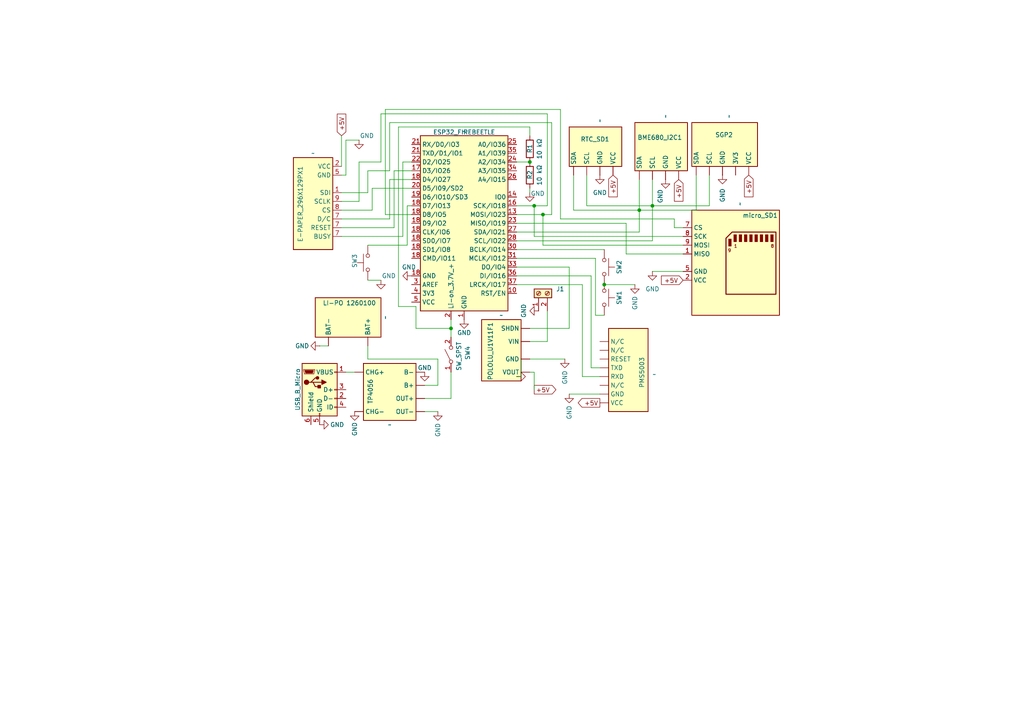
<source format=kicad_sch>
(kicad_sch (version 20231120) (generator "eeschema") (generator_version "8.0")
  (paper "A4")
  (lib_symbols
    (symbol "Connector:Screw_Terminal_01x02" (pin_names (offset 1.016) hide)
      (property "Reference" "J" (at 0 2.54 0))
      (property "Value" "Screw_Terminal_01x02" (at 0 -5.08 0))
      (symbol "Screw_Terminal_01x02_1_1"
        (rectangle (start -1.27 1.27) (end 1.27 -3.81) (stroke (width 0.254)) (fill (type background)))
        (circle (center 0 -2.54) (radius 0.635) (stroke (width 0.1524)))
        (polyline (pts (xy -0.5334 -2.2098) (xy 0.3302 -3.048)) (stroke (width 0.1524)))
        (polyline (pts (xy -0.5334 0.3302) (xy 0.3302 -0.508)) (stroke (width 0.1524)))
        (polyline (pts (xy -0.3556 -2.032) (xy 0.508 -2.8702)) (stroke (width 0.1524)))
        (polyline (pts (xy -0.3556 0.508) (xy 0.508 -0.3302)) (stroke (width 0.1524)))
        (circle (center 0 0) (radius 0.635) (stroke (width 0.1524)))
        (pin passive line (at -5.08 0 0) (length 3.81) (name "Pin_1") (number "1"))
        (pin passive line (at -5.08 -2.54 0) (length 3.81) (name "Pin_2") (number "2"))
      )
    )
    (symbol "Connector:USB_B_Micro" (pin_names (offset 1.016))
      (property "Reference" "J" (at -5.08 11.43 0))
      (property "Value" "USB_B_Micro" (at -5.08 8.89 0))
      (symbol "USB_B_Micro_0_1"
        (rectangle (start -5.08 -7.62) (end 5.08 7.62) (stroke (width 0.254)) (fill (type background)))
        (circle (center -3.81 2.159) (radius 0.635) (stroke (width 0.254)) (fill (type outline)))
        (circle (center -0.635 3.429) (radius 0.381) (stroke (width 0.254)) (fill (type outline)))
        (rectangle (start -0.127 -7.62) (end 0.127 -6.858))
        (polyline (pts (xy -1.905 2.159) (xy 0.635 2.159)) (stroke (width 0.254)))
        (polyline (pts (xy -3.175 2.159) (xy -2.54 2.159) (xy -1.27 3.429) (xy -0.635 3.429)) (stroke (width 0.254)))
        (polyline (pts (xy -2.54 2.159) (xy -1.905 2.159) (xy -1.27 0.889) (xy 0 0.889)) (stroke (width 0.254)))
        (polyline (pts (xy 0.635 2.794) (xy 0.635 1.524) (xy 1.905 2.159) (xy 0.635 2.794)) (stroke (width 0.254)) (fill (type outline)))
        (polyline (pts (xy -4.318 5.588) (xy -1.778 5.588) (xy -2.032 4.826) (xy -4.064 4.826) (xy -4.318 5.588)) (fill (type outline)))
        (polyline (pts (xy -4.699 5.842) (xy -4.699 5.588) (xy -4.445 4.826) (xy -4.445 4.572) (xy -1.651 4.572) (xy -1.651 4.826) (xy -1.397 5.588) (xy -1.397 5.842) (xy -4.699 5.842)))
        (rectangle (start 0.254 1.27) (end -0.508 0.508) (stroke (width 0.254)) (fill (type outline)))
        (rectangle (start 5.08 -5.207) (end 4.318 -4.953))
        (rectangle (start 5.08 -2.667) (end 4.318 -2.413))
        (rectangle (start 5.08 -0.127) (end 4.318 0.127))
        (rectangle (start 5.08 4.953) (end 4.318 5.207))
      )
      (symbol "USB_B_Micro_1_1"
        (pin power_out line (at 7.62 5.08 180) (length 2.54) (name "VBUS") (number "1"))
        (pin bidirectional line (at 7.62 -2.54 180) (length 2.54) (name "D-") (number "2"))
        (pin bidirectional line (at 7.62 0 180) (length 2.54) (name "D+") (number "3"))
        (pin passive line (at 7.62 -5.08 180) (length 2.54) (name "ID") (number "4"))
        (pin power_out line (at 0 -10.16 90) (length 2.54) (name "GND") (number "5"))
        (pin passive line (at -2.54 -10.16 90) (length 2.54) (name "Shield") (number "6"))
      )
    )
    (symbol "Connector:microSD_CARD"
      (property "Reference" "micro_SD" (at 4.064 -1.016 0))
      (symbol "microSD_CARD_0_1"
        (rectangle (start -2.032 6.858) (end -1.27 4.826) (fill (type outline)))
        (rectangle (start -0.508 8.128) (end 0.254 6.096) (fill (type outline)))
        (rectangle (start 1.016 8.128) (end 1.778 6.096) (fill (type outline)))
        (rectangle (start 2.54 8.128) (end 3.302 6.096) (fill (type outline)))
        (rectangle (start 4.064 8.128) (end 4.826 6.096) (fill (type outline)))
        (rectangle (start 5.588 8.128) (end 6.35 6.096) (fill (type outline)))
        (rectangle (start 7.112 8.128) (end 7.874 6.096) (fill (type outline)))
        (rectangle (start 8.636 8.128) (end 9.398 6.096) (fill (type outline)))
        (rectangle (start 10.16 8.128) (end 10.922 6.096) (fill (type outline)))
      )
      (symbol "microSD_CARD_1_1"
        (rectangle (start -12.7 15.24) (end 12.7 -15.24) (stroke (width 0.254)) (fill (type background)))
        (polyline (pts (xy -1.016 8.89) (xy 11.684 8.89) (xy 11.684 -9.144) (xy -2.794 -9.144) (xy -2.794 7.112) (xy -1.016 8.89)) (stroke (width 0.3)))
        (text "1" (at 0 4.826 0) (effects (font (size 0.9 0.9))))
        (text "8" (at 10.668 4.826 0) (effects (font (size 0.9 0.9))))
        (text "9" (at -1.778 3.556 0) (effects (font (size 0.9 0.9))))
        (pin bidirectional line (at -15.24 2.54 0) (length 2.54) (name "MISO") (number "1"))
        (pin input line (at -15.24 -5.08 0) (length 2.54) (name "VCC") (number "2"))
        (pin input line (at -15.24 -2.54 0) (length 2.54) (name "GND") (number "5"))
        (pin bidirectional line (at -15.24 10.16 0) (length 2.54) (name "CS") (number "7"))
        (pin bidirectional line (at -15.24 7.62 0) (length 2.54) (name "SCK") (number "8"))
        (pin bidirectional line (at -15.24 5.08 0) (length 2.54) (name "MOSI") (number "9"))
      )
    )
    (symbol "Device:R" (pin_numbers hide) (pin_names (offset 0))
      (property "Reference" "R" (at 2.032 0 90))
      (property "Value" "R" (at 0 0 90))
      (symbol "R_0_1"
        (rectangle (start -1.016 -2.54) (end 1.016 2.54) (stroke (width 0.254)))
      )
      (symbol "R_1_1"
        (pin passive line (at 0 3.81 270) (length 1.27) (name "~") (number "1"))
        (pin passive line (at 0 -3.81 90) (length 1.27) (name "~") (number "2"))
      )
    )
    (symbol "Display_Character:E-PAPER_296X128PX"
      (property "Reference" "E-PAPER_296X129PX" (at 6.35 1.778 90))
      (symbol "E-PAPER_296X128PX_1_1"
        (rectangle (start 2.54 15.24) (end 13.97 -11.43) (stroke (width 0.254)) (fill (type background)))
        (pin bidirectional line (at 16.51 5.08 180) (length 2.54) (name "SDI") (number "1"))
        (pin input line (at 16.51 12.7 180) (length 2.54) (name "VCC") (number "2"))
        (pin input line (at 16.51 10.16 180) (length 2.54) (name "GND") (number "5"))
        (pin output line (at 16.51 -7.62 180) (length 2.54) (name "BUSY") (number "7"))
        (pin bidirectional line (at 16.51 -2.54 180) (length 2.54) (name "D/C") (number "7"))
        (pin input line (at 16.51 -5.08 180) (length 2.54) (name "RESET") (number "7"))
        (pin bidirectional line (at 16.51 0 180) (length 2.54) (name "CS") (number "8"))
        (pin bidirectional line (at 16.51 2.54 180) (length 2.54) (name "SCLK") (number "9"))
      )
    )
    (symbol "Display_Character:LI-PO_1260100"
      (property "Reference" "LI-PO_1260100" (at -1.27 -2.032 90))
      (symbol "LI-PO_1260100_1_1"
        (rectangle (start -3.81 7.62) (end 7.62 -11.43) (stroke (width 0.254)) (fill (type background)))
        (pin output line (at 10.16 3.81 180) (length 2.54) (name "BAT+") (number ""))
        (pin output line (at 10.16 -7.62 180) (length 2.54) (name "BAT-") (number ""))
      )
    )
    (symbol "Display_Character:PMS5003"
      (property "Reference" "PMS5003" (at -3.048 -3.556 90))
      (symbol "PMS5003_1_1"
        (rectangle (start -5.08 8.89) (end 6.35 -15.24) (stroke (width 0.254)) (fill (type background)))
        (pin input line (at 8.89 3.81 180) (length 2.54) (name "GND") (number ""))
        (pin input line (at 8.89 -11.43 180) (length 2.54) (name "N/C") (number ""))
        (pin input line (at 8.89 -8.89 180) (length 2.54) (name "N/C") (number ""))
        (pin input line (at 8.89 1.27 180) (length 2.54) (name "N/C") (number ""))
        (pin input line (at 8.89 -6.35 180) (length 2.54) (name "RESET") (number ""))
        (pin bidirectional line (at 8.89 -1.27 180) (length 2.54) (name "RXD") (number ""))
        (pin bidirectional line (at 8.89 -3.81 180) (length 2.54) (name "TXD") (number ""))
        (pin input line (at 8.89 6.35 180) (length 2.54) (name "VCC") (number ""))
      )
    )
    (symbol "Display_Character:POLOLU_U1V11F5"
      (property "Reference" "POLOLU_U1V11F5" (at -4.572 -1.016 90))
      (symbol "POLOLU_U1V11F5_1_1"
        (rectangle (start -6.35 7.62) (end 5.08 -10.16) (stroke (width 0.254)) (fill (type background)))
        (pin bidirectional line (at 7.62 -3.81 180) (length 2.54) (name "GND") (number ""))
        (pin input line (at 7.62 5.08 180) (length 2.54) (name "SHDN") (number ""))
        (pin input line (at 7.62 1.27 180) (length 2.54) (name "VIN") (number ""))
        (pin output line (at 7.62 -7.62 180) (length 2.54) (name "VOUT") (number ""))
      )
    )
    (symbol "RF_Module:FIREBEETLE-ESP32-WROOM-32"
      (property "Reference" "U" (at 0 0 0))
      (symbol "FIREBEETLE-ESP32-WROOM-32_0_1"
        (rectangle (start -12.7 26.67) (end 12.7 -24.13) (stroke (width 0.254)) (fill (type background)))
      )
      (symbol "FIREBEETLE-ESP32-WROOM-32_1_1"
        (pin power_in line (at 0 -26.67 90) (length 2.54) (name "GND") (number "1"))
        (pin bidirectional line (at 15.24 -19.05 180) (length 2.54) (name "RST/EN") (number "10"))
        (pin bidirectional line (at 15.24 3.81 180) (length 2.54) (name "MOSI/IO23") (number "13"))
        (pin bidirectional line (at 15.24 8.89 180) (length 2.54) (name "IO0") (number "14"))
        (pin passive line (at 0 -41.91 90) (length 2.54) hide (name "GND") (number "15"))
        (pin bidirectional line (at 15.24 6.35 180) (length 2.54) (name "SCK/IO18") (number "16"))
        (pin bidirectional line (at -15.24 16.51 0) (length 2.54) (name "D3/IO26") (number "17"))
        (pin bidirectional line (at -15.24 -1.27 0) (length 2.54) (name "CLK/IO6") (number "18"))
        (pin bidirectional line (at -15.24 -8.89 0) (length 2.54) (name "CMD/IO11") (number "18"))
        (pin bidirectional line (at -15.24 13.97 0) (length 2.54) (name "D4/IO27") (number "18"))
        (pin bidirectional line (at -15.24 6.35 0) (length 2.54) (name "D7/IO13") (number "18"))
        (pin bidirectional line (at -15.24 3.81 0) (length 2.54) (name "D8/IO5") (number "18"))
        (pin bidirectional line (at -15.24 1.27 0) (length 2.54) (name "D9/IO2") (number "18"))
        (pin bidirectional line (at -15.24 -13.97 0) (length 2.54) (name "GND") (number "18"))
        (pin bidirectional line (at -15.24 -3.81 0) (length 2.54) (name "SD0/IO7") (number "18"))
        (pin bidirectional line (at -15.24 -6.35 0) (length 2.54) (name "SD1/IO8") (number "18"))
        (pin bidirectional line (at -15.24 8.89 0) (length 2.54) (name "D6/IO10/SD3") (number "19"))
        (pin power_in line (at -3.81 -26.67 90) (length 2.54) (name "Li-on_3.7V_+") (number "2"))
        (pin bidirectional line (at -15.24 11.43 0) (length 2.54) (name "D5/I09/SD2") (number "20"))
        (pin bidirectional line (at -15.24 24.13 0) (length 2.54) (name "RX/D0/IO3") (number "21"))
        (pin bidirectional line (at -15.24 21.59 0) (length 2.54) (name "TXD/D1/IO1") (number "21"))
        (pin bidirectional line (at -15.24 19.05 0) (length 2.54) (name "D2/IO25") (number "22"))
        (pin bidirectional line (at 15.24 1.27 180) (length 2.54) (name "MISO/IO19") (number "23"))
        (pin bidirectional line (at 15.24 19.05 180) (length 2.54) (name "A2/IO34") (number "24"))
        (pin bidirectional line (at 15.24 24.13 180) (length 2.54) (name "A0/IO36") (number "25"))
        (pin bidirectional line (at 15.24 13.97 180) (length 2.54) (name "A4/IO15") (number "26"))
        (pin bidirectional line (at 15.24 -1.27 180) (length 2.54) (name "SDA/IO21") (number "27"))
        (pin bidirectional line (at 15.24 -3.81 180) (length 2.54) (name "SCL/IO22") (number "28"))
        (pin input line (at -15.24 -16.51 0) (length 2.54) (name "AREF") (number "3"))
        (pin bidirectional line (at 15.24 -6.35 180) (length 2.54) (name "BCLK/IO14") (number "30"))
        (pin bidirectional line (at 15.24 -8.89 180) (length 2.54) (name "MCLK/IO12") (number "31"))
        (pin no_connect line (at 15.24 11.43 180) (length 2.54) hide (name "NC") (number "32"))
        (pin bidirectional line (at 15.24 -11.43 180) (length 2.54) (name "DO/IO4") (number "33"))
        (pin bidirectional line (at 15.24 16.51 180) (length 2.54) (name "A3/IO35") (number "34"))
        (pin bidirectional line (at 15.24 21.59 180) (length 2.54) (name "A1/IO39") (number "35"))
        (pin bidirectional line (at 15.24 -13.97 180) (length 2.54) (name "DI/IO16") (number "36"))
        (pin bidirectional line (at 15.24 -16.51 180) (length 2.54) (name "LRCK/IO17") (number "37"))
        (pin passive line (at 0 -41.91 90) (length 2.54) hide (name "GND") (number "38"))
        (pin passive line (at 0 -41.91 90) (length 2.54) hide (name "GND") (number "39"))
        (pin bidirectional line (at -15.24 -19.05 0) (length 2.54) (name "3V3") (number "4"))
        (pin input line (at -15.24 -21.59 0) (length 2.54) (name "VCC") (number "5"))
      )
    )
    (symbol "RF_Module:TP4056_VER1.1"
      (property "Reference" "TP4056" (at 1.27 0 0))
      (symbol "TP4056_VER1.1_0_1"
        (rectangle (start -7.62 8.89) (end 7.62 -7.62) (stroke (width 0.254)) (fill (type background)))
      )
      (symbol "TP4056_VER1.1_1_1"
        (pin bidirectional line (at -10.16 -1.27 0) (length 2.54) (name "B+") (number ""))
        (pin bidirectional line (at -10.16 -5.08 0) (length 2.54) (name "B-") (number ""))
        (pin bidirectional line (at 10.16 -5.08 180) (length 2.54) (name "CHG+") (number ""))
        (pin bidirectional line (at 10.16 6.35 180) (length 2.54) (name "CHG-") (number ""))
        (pin bidirectional line (at -10.16 2.54 0) (length 2.54) (name "OUT+") (number ""))
        (pin bidirectional line (at -10.16 6.35 0) (length 2.54) (name "OUT-") (number ""))
      )
    )
    (symbol "SGP40_1"
      (property "Reference" "SGP40" (at 1.016 -0.254 0))
      (symbol "SGP40_1_0_1"
        (rectangle (start -7.62 8.89) (end 5.08 -10.16) (stroke (width 0.254)) (fill (type background)))
      )
      (symbol "SGP40_1_1_1"
        (pin input line (at -10.16 -3.81 0) (length 2.54) (name "3V3") (number ""))
        (pin input line (at -10.16 0 0) (length 2.54) (name "GND") (number ""))
        (pin bidirectional line (at -10.16 3.81 0) (length 2.54) (name "SCL") (number ""))
        (pin bidirectional line (at -10.16 7.62 0) (length 2.54) (name "SDA") (number ""))
        (pin input line (at -10.16 -7.62 0) (length 2.54) (name "VCC") (number ""))
      )
    )
    (symbol "Sensor:BME680_I2C"
      (property "Reference" "BME680_I2C" (at -0.254 0.254 90))
      (symbol "BME680_I2C_1_1"
        (rectangle (start -7.62 7.62) (end 6.35 -7.62) (stroke (width 0.254)) (fill (type background)))
        (pin input line (at -10.16 -1.27 0) (length 2.54) (name "GND") (number ""))
        (pin bidirectional line (at -10.16 2.54 0) (length 2.54) (name "SCL") (number ""))
        (pin bidirectional line (at -10.16 6.35 0) (length 2.54) (name "SDA") (number ""))
        (pin input line (at -10.16 -5.08 0) (length 2.54) (name "VCC") (number ""))
      )
    )
    (symbol "Sensor:RTC_SD2405"
      (property "Reference" "RTC_SD2405" (at 0.762 0 90))
      (symbol "RTC_SD2405_1_1"
        (rectangle (start -6.35 7.62) (end 5.08 -7.62) (stroke (width 0.254)) (fill (type background)))
        (pin input line (at -8.89 -1.27 0) (length 2.54) (name "GND") (number ""))
        (pin bidirectional line (at -8.89 2.54 0) (length 2.54) (name "SCL") (number ""))
        (pin bidirectional line (at -8.89 6.35 0) (length 2.54) (name "SDA") (number ""))
        (pin input line (at -8.89 -5.08 0) (length 2.54) (name "VCC") (number ""))
      )
    )
    (symbol "Switch:SW_MEC_5G" (pin_numbers hide) (pin_names (offset 1.016) hide)
      (property "Reference" "SW" (at 1.27 2.54 0))
      (property "Value" "SW_MEC_5G" (at 0 -1.524 0))
      (symbol "SW_MEC_5G_0_1"
        (circle (center -2.032 0) (radius 0.508))
        (polyline (pts (xy 0 1.27) (xy 0 3.048)))
        (polyline (pts (xy 2.54 1.27) (xy -2.54 1.27)))
        (circle (center 2.032 0) (radius 0.508))
        (pin passive line (at -5.08 0 0) (length 2.54) (name "A") (number "1"))
        (pin passive line (at 5.08 0 180) (length 2.54) (name "B") (number "3"))
      )
      (symbol "SW_MEC_5G_1_1"
        (pin passive line (at -5.08 0 0) (length 2.54) hide (name "A") (number "2"))
        (pin passive line (at 5.08 0 180) (length 2.54) hide (name "B") (number "4"))
      )
    )
    (symbol "Switch:SW_SPST" (pin_names (offset 0) hide)
      (property "Reference" "SW" (at 0 3.175 0))
      (property "Value" "SW_SPST" (at 0 -2.54 0))
      (symbol "SW_SPST_0_0"
        (circle (center -2.032 0) (radius 0.508))
        (polyline (pts (xy -1.524 0.254) (xy 1.524 1.778)))
        (circle (center 2.032 0) (radius 0.508))
      )
      (symbol "SW_SPST_1_1"
        (pin passive line (at -5.08 0 0) (length 2.54) (name "A") (number "1"))
        (pin passive line (at 5.08 0 180) (length 2.54) (name "B") (number "2"))
      )
    )
    (symbol "power:GND" (power) (pin_numbers hide) (pin_names (offset 0) hide)
      (property "Value" "GND" (at 0 -3.81 0))
      (symbol "GND_0_1"
        (polyline (pts (xy 0 0) (xy 0 -1.27) (xy 1.27 -1.27) (xy 0 -2.54) (xy -1.27 -1.27) (xy 0 -1.27)))
      )
      (symbol "GND_1_1"
        (pin power_in line (at 0 0 270) (length 0) (name "~") (number "1"))
      )
    )
  )
  (junction (at 189.23 59.69))
  (junction (at 154.94 59.69))
  (junction (at 130.81 95.25))
  (junction (at 185.42 60.96))
  (junction (at 153.67 46.99))
  (junction (at 175.26 82.55))
  (junction (at 157.48 62.23))
  (wire (pts (xy 104.14 40.64) (xy 100.33 40.64)))
  (wire (pts (xy 127 119.38) (xy 123.19 119.38)))
  (wire (pts (xy 153.67 104.14) (xy 163.83 104.14)))
  (wire (pts (xy 162.56 31.75) (xy 111.76 31.75)))
  (wire (pts (xy 162.56 63.5) (xy 162.56 31.75)))
  (wire (pts (xy 157.48 62.23) (xy 149.86 62.23)))
  (wire (pts (xy 189.23 59.69) (xy 189.23 69.85)))
  (wire (pts (xy 171.45 106.68) (xy 171.45 80.01)))
  (wire (pts (xy 157.48 62.23) (xy 157.48 71.12)))
  (wire (pts (xy 170.18 50.8) (xy 170.18 59.69)))
  (wire (pts (xy 102.87 107.95) (xy 100.33 107.95)))
  (wire (pts (xy 113.03 35.56) (xy 160.02 35.56)))
  (wire (pts (xy 172.72 91.44) (xy 172.72 74.93)))
  (wire (pts (xy 165.1 95.25) (xy 165.1 77.47)))
  (wire (pts (xy 185.42 60.96) (xy 166.37 60.96)))
  (wire (pts (xy 99.06 58.42) (xy 104.14 58.42)))
  (wire (pts (xy 149.86 82.55) (xy 168.91 82.55)))
  (wire (pts (xy 172.72 74.93) (xy 149.86 74.93)))
  (wire (pts (xy 149.86 77.47) (xy 165.1 77.47)))
  (wire (pts (xy 175.26 81.28) (xy 175.26 82.55)))
  (wire (pts (xy 110.49 81.28) (xy 106.68 81.28)))
  (wire (pts (xy 195.58 63.5) (xy 162.56 63.5)))
  (wire (pts (xy 120.65 88.9) (xy 120.65 95.25)))
  (wire (pts (xy 160.02 35.56) (xy 160.02 62.23)))
  (wire (pts (xy 173.99 106.68) (xy 171.45 106.68)))
  (wire (pts (xy 113.03 49.53) (xy 113.03 35.56)))
  (wire (pts (xy 113.03 63.5) (xy 113.03 52.07)))
  (wire (pts (xy 153.67 54.61) (xy 153.67 55.88)))
  (wire (pts (xy 104.14 58.42) (xy 104.14 46.99)))
  (wire (pts (xy 173.99 109.22) (xy 168.91 109.22)))
  (wire (pts (xy 201.93 50.8) (xy 201.93 60.96)))
  (wire (pts (xy 198.12 68.58) (xy 154.94 68.58)))
  (wire (pts (xy 114.3 66.04) (xy 114.3 49.53)))
  (wire (pts (xy 106.68 55.88) (xy 106.68 49.53)))
  (wire (pts (xy 185.42 60.96) (xy 185.42 67.31)))
  (wire (pts (xy 106.68 49.53) (xy 113.03 49.53)))
  (wire (pts (xy 170.18 59.69) (xy 189.23 59.69)))
  (wire (pts (xy 185.42 52.07) (xy 185.42 60.96)))
  (wire (pts (xy 189.23 78.74) (xy 198.12 78.74)))
  (wire (pts (xy 149.86 80.01) (xy 171.45 80.01)))
  (wire (pts (xy 181.61 73.66) (xy 181.61 64.77)))
  (wire (pts (xy 118.11 59.69) (xy 119.38 59.69)))
  (wire (pts (xy 153.67 36.83) (xy 115.57 36.83)))
  (wire (pts (xy 130.81 92.71) (xy 130.81 95.25)))
  (wire (pts (xy 205.74 50.8) (xy 205.74 59.69)))
  (wire (pts (xy 107.95 60.96) (xy 107.95 54.61)))
  (wire (pts (xy 111.76 62.23) (xy 119.38 62.23)))
  (wire (pts (xy 106.68 71.12) (xy 118.11 71.12)))
  (wire (pts (xy 154.94 59.69) (xy 149.86 59.69)))
  (wire (pts (xy 116.84 46.99) (xy 119.38 46.99)))
  (wire (pts (xy 205.74 59.69) (xy 189.23 59.69)))
  (wire (pts (xy 158.75 90.17) (xy 158.75 99.06)))
  (wire (pts (xy 99.06 68.58) (xy 116.84 68.58)))
  (wire (pts (xy 168.91 109.22) (xy 168.91 82.55)))
  (wire (pts (xy 123.19 115.57) (xy 130.81 115.57)))
  (wire (pts (xy 166.37 50.8) (xy 166.37 60.96)))
  (wire (pts (xy 100.33 40.64) (xy 100.33 50.8)))
  (wire (pts (xy 104.14 46.99) (xy 110.49 46.99)))
  (wire (pts (xy 153.67 95.25) (xy 165.1 95.25)))
  (wire (pts (xy 111.76 31.75) (xy 111.76 62.23)))
  (wire (pts (xy 123.19 111.76) (xy 127 111.76)))
  (wire (pts (xy 175.26 91.44) (xy 172.72 91.44)))
  (wire (pts (xy 158.75 59.69) (xy 154.94 59.69)))
  (wire (pts (xy 113.03 52.07) (xy 119.38 52.07)))
  (wire (pts (xy 110.49 46.99) (xy 110.49 33.02)))
  (wire (pts (xy 151.13 109.22) (xy 149.86 109.22)))
  (wire (pts (xy 106.68 100.33) (xy 106.68 104.14)))
  (wire (pts (xy 99.06 63.5) (xy 113.03 63.5)))
  (wire (pts (xy 99.06 55.88) (xy 106.68 55.88)))
  (wire (pts (xy 154.94 59.69) (xy 154.94 68.58)))
  (wire (pts (xy 198.12 71.12) (xy 157.48 71.12)))
  (wire (pts (xy 115.57 88.9) (xy 120.65 88.9)))
  (wire (pts (xy 154.94 107.95) (xy 154.94 113.03)))
  (wire (pts (xy 149.86 72.39) (xy 175.26 72.39)))
  (wire (pts (xy 149.86 69.85) (xy 189.23 69.85)))
  (wire (pts (xy 165.1 114.3) (xy 173.99 114.3)))
  (wire (pts (xy 153.67 107.95) (xy 154.94 107.95)))
  (wire (pts (xy 114.3 49.53) (xy 119.38 49.53)))
  (wire (pts (xy 189.23 52.07) (xy 189.23 59.69)))
  (wire (pts (xy 198.12 73.66) (xy 181.61 73.66)))
  (wire (pts (xy 95.25 100.33) (xy 92.71 100.33)))
  (wire (pts (xy 116.84 68.58) (xy 116.84 46.99)))
  (wire (pts (xy 184.15 82.55) (xy 175.26 82.55)))
  (wire (pts (xy 107.95 54.61) (xy 119.38 54.61)))
  (wire (pts (xy 115.57 36.83) (xy 115.57 88.9)))
  (wire (pts (xy 99.06 60.96) (xy 107.95 60.96)))
  (wire (pts (xy 130.81 107.95) (xy 130.81 115.57)))
  (wire (pts (xy 153.67 39.37) (xy 153.67 36.83)))
  (wire (pts (xy 160.02 62.23) (xy 157.48 62.23)))
  (wire (pts (xy 127 104.14) (xy 106.68 104.14)))
  (wire (pts (xy 185.42 60.96) (xy 201.93 60.96)))
  (wire (pts (xy 149.86 64.77) (xy 181.61 64.77)))
  (wire (pts (xy 130.81 95.25) (xy 130.81 97.79)))
  (wire (pts (xy 151.13 104.14) (xy 151.13 109.22)))
  (wire (pts (xy 158.75 33.02) (xy 158.75 59.69)))
  (wire (pts (xy 149.86 67.31) (xy 185.42 67.31)))
  (wire (pts (xy 118.11 71.12) (xy 118.11 59.69)))
  (wire (pts (xy 149.86 46.99) (xy 153.67 46.99)))
  (wire (pts (xy 195.58 66.04) (xy 195.58 63.5)))
  (wire (pts (xy 198.12 66.04) (xy 195.58 66.04)))
  (wire (pts (xy 120.65 95.25) (xy 130.81 95.25)))
  (wire (pts (xy 127 111.76) (xy 127 104.14)))
  (wire (pts (xy 100.33 50.8) (xy 99.06 50.8)))
  (wire (pts (xy 99.06 66.04) (xy 114.3 66.04)))
  (wire (pts (xy 99.06 39.37) (xy 99.06 48.26)))
  (wire (pts (xy 110.49 33.02) (xy 158.75 33.02)))
  (wire (pts (xy 153.67 99.06) (xy 158.75 99.06)))
  (global_label "+5V" (shape input) (at 177.8 50.8 270) (property "Intersheetrefs" "${INTERSHEET_REFS}" (effects (hide yes))))
  (global_label "+5V" (shape input) (at 217.17 50.8 270) (property "Intersheetrefs" "${INTERSHEET_REFS}" (effects (hide yes))))
  (global_label "+5V" (shape output) (at 173.99 116.84 180) (property "Intersheetrefs" "${INTERSHEET_REFS}" (effects (hide yes))))
  (global_label "+5V" (shape output) (at 154.94 113.03 0) (property "Intersheetrefs" "${INTERSHEET_REFS}" (effects (hide yes))))
  (global_label "+5V" (shape input) (at 198.12 81.28 180) (property "Intersheetrefs" "${INTERSHEET_REFS}" (effects (hide yes))))
  (global_label "+5V" (shape input) (at 196.85 52.07 270) (property "Intersheetrefs" "${INTERSHEET_REFS}" (effects (hide yes))))
  (global_label "+5V" (shape input) (at 99.06 39.37 90) (property "Intersheetrefs" "${INTERSHEET_REFS}" (effects (hide yes))))
  (symbol (lib_id "power:GND") (at 119.38 80.01 270) (unit 1)
    (property "Reference" "#PWR03" (effects (hide yes)))
    (property "Value" "GND" (at 120.65 77.47 90) (effects (justify right)))
    (property "Description" "Power symbol creates a global label with name \"GND\" , ground" (effects (hide yes)))
  )
  (symbol (lib_id "Switch:SW_MEC_5G") (at 175.26 86.36 270) (unit 1)
    (property "Reference" "SW1" (at 179.578 86.36 0))
    (property "Value" "SW_MEC_5G" (effects (hide yes)))
    (property "Datasheet" "http://www.apem.com/int/index.php?controller=attachment&id_attachment=488" (effects (hide yes)))
    (property "Description" "MEC 5G single pole normally-open tactile switch" (effects (hide yes)))
  )
  (symbol (lib_id "power:GND") (at 156.21 90.17 270) (unit 1)
    (property "Reference" "#PWR09" (effects (hide yes)))
    (property "Value" "GND" (at 151.892 90.17 0))
    (property "Description" "Power symbol creates a global label with name \"GND\" , ground" (effects (hide yes)))
  )
  (symbol (lib_id "Sensor:RTC_SD2405") (at 172.72 41.91 90) (unit 1)
    (property "Reference" "RTC_SD1" (at 176.784 40.386 90) (effects (justify left)))
    (property "Value" "~" (at 173.99 35.56 0) (effects (justify left)))
  )
  (symbol (lib_id "power:GND") (at 173.99 50.8 0) (unit 1)
    (property "Reference" "#PWR016" (effects (hide yes)))
    (property "Value" "GND" (at 173.99 55.88 0))
    (property "Description" "Power symbol creates a global label with name \"GND\" , ground" (effects (hide yes)))
  )
  (symbol (lib_id "power:GND") (at 193.04 52.07 0) (unit 1)
    (property "Reference" "#PWR07" (effects (hide yes)))
    (property "Value" "GND" (at 191.516 54.864 90) (effects (justify right)))
    (property "Description" "Power symbol creates a global label with name \"GND\" , ground" (effects (hide yes)))
  )
  (symbol (lib_id "power:GND") (at 184.15 82.55 0) (unit 1)
    (property "Reference" "#PWR014" (effects (hide yes)))
    (property "Value" "GND" (at 184.15 85.852 90) (effects (justify right)))
    (property "Description" "Power symbol creates a global label with name \"GND\" , ground" (effects (hide yes)))
  )
  (symbol (lib_id "power:GND") (at 104.14 40.64 0) (unit 1)
    (property "Reference" "#PWR017" (effects (hide yes)))
    (property "Value" "GND" (at 106.426 39.37 0))
    (property "Description" "Power symbol creates a global label with name \"GND\" , ground" (effects (hide yes)))
  )
  (symbol (lib_id "power:GND") (at 110.49 81.28 0) (unit 1)
    (property "Reference" "#PWR015" (effects (hide yes)))
    (property "Value" "GND" (at 112.776 80.01 0))
    (property "Description" "Power symbol creates a global label with name \"GND\" , ground" (effects (hide yes)))
  )
  (symbol (lib_id "power:GND") (at 189.23 78.74 0) (unit 1)
    (property "Reference" "#PWR018" (effects (hide yes)))
    (property "Value" "GND" (at 189.23 83.82 0))
    (property "Description" "Power symbol creates a global label with name \"GND\" , ground" (effects (hide yes)))
  )
  (symbol (lib_id "power:GND") (at 165.1 114.3 0) (unit 1)
    (property "Reference" "#PWR06" (effects (hide yes)))
    (property "Value" "GND" (at 165.1 117.602 90) (effects (justify right)))
    (property "Description" "Power symbol creates a global label with name \"GND\" , ground" (effects (hide yes)))
  )
  (symbol (lib_id "power:GND") (at 163.83 104.14 0) (unit 1)
    (property "Reference" "#PWR019" (effects (hide yes)))
    (property "Value" "GND" (at 163.83 107.442 90) (effects (justify right)))
    (property "Description" "Power symbol creates a global label with name \"GND\" , ground" (effects (hide yes)))
  )
  (symbol (lib_id "Connector:USB_B_Micro") (at 92.71 113.03 0) (unit 1)
    (property "Reference" "J2" (effects (hide yes)))
    (property "Value" "USB_B_Micro" (at 86.36 119.126 90) (effects (justify left)))
    (property "Description" "USB Micro Type B connector" (effects (hide yes)))
  )
  (symbol (lib_id "power:GND") (at 149.86 109.22 90) (unit 1)
    (property "Reference" "#PWR08" (effects (hide yes)))
    (property "Value" "GND" (effects (hide yes)))
    (property "Description" "Power symbol creates a global label with name \"GND\" , ground" (effects (hide yes)))
  )
  (symbol (lib_id "power:GND") (at 92.71 100.33 270) (unit 1)
    (property "Reference" "#PWR012" (effects (hide yes)))
    (property "Value" "GND" (at 87.63 100.33 90))
    (property "Description" "Power symbol creates a global label with name \"GND\" , ground" (effects (hide yes)))
  )
  (symbol (lib_id "Connector:microSD_CARD") (at 213.36 76.2 0) (unit 1)
    (property "Reference" "micro_SD1" (at 215.392 62.484 0) (effects (justify left)))
    (property "Value" "~" (at 214.63 59.69 90) (effects (justify left)))
  )
  (symbol (lib_id "power:GND") (at 209.55 50.8 0) (unit 1)
    (property "Reference" "#PWR05" (effects (hide yes)))
    (property "Value" "GND" (at 209.5499 54.61 90) (effects (justify right)))
    (property "Description" "Power symbol creates a global label with name \"GND\" , ground" (effects (hide yes)))
  )
  (symbol (lib_id "power:GND") (at 123.19 107.95 0) (unit 1)
    (property "Reference" "#PWR013" (effects (hide yes)))
    (property "Value" "GND" (at 123.19 106.68 0))
    (property "Description" "Power symbol creates a global label with name \"GND\" , ground" (effects (hide yes)))
  )
  (symbol (lib_id "Display_Character:E-PAPER_296X128PX") (at 82.55 60.96 0) (unit 1)
    (property "Reference" "E-PAPER_296X129PX1" (at 87.122 59.182 90))
    (property "Value" "~" (at 90.805 44.45 0))
  )
  (symbol (lib_id "Connector:Screw_Terminal_01x02") (at 156.21 85.09 90) (unit 1)
    (property "Reference" "J1" (at 161.29 83.8199 90) (effects (justify right)))
    (property "Value" "Screw_Terminal_01x02" (effects (hide yes)))
    (property "Description" "Generic screw terminal, single row, 01x02, script generated (kicad-library-utils/schlib/autogen/connector/)" (effects (hide yes)))
  )
  (symbol (lib_id "RF_Module:TP4056_VER1.1") (at 113.03 113.03 180) (unit 1)
    (property "Reference" "TP4056" (at 107.442 113.538 90))
    (property "Value" "~" (at 113.03 123.19 0))
  )
  (symbol (lib_id "power:GND") (at 92.71 123.19 90) (unit 1)
    (property "Reference" "#PWR010" (effects (hide yes)))
    (property "Value" "GND" (at 97.79 123.19 90))
    (property "Description" "Power symbol creates a global label with name \"GND\" , ground" (effects (hide yes)))
  )
  (symbol (lib_id "Device:R") (at 153.67 43.18 0) (unit 1)
    (property "Reference" "R1" (at 153.67 44.45 90) (effects (justify left)))
    (property "Value" "10 kΩ" (at 156.464 46.228 90) (effects (justify left)))
    (property "Description" "Resistor" (effects (hide yes)))
  )
  (symbol (lib_id "Sensor:BME680_I2C") (at 191.77 41.91 90) (unit 1)
    (property "Reference" "BME680_I2C1" (at 197.866 39.878 90) (effects (justify left)))
    (property "Value" "~" (at 193.04 34.29 0) (effects (justify left)))
  )
  (symbol (lib_id "Switch:SW_SPST") (at 130.81 102.87 90) (unit 1)
    (property "Reference" "SW4" (at 135.636 100.33 0) (effects (justify right)))
    (property "Value" "SW_SPST" (at 133.096 99.06 0) (effects (justify right)))
    (property "Description" "Single Pole Single Throw (SPST) switch" (effects (hide yes)))
  )
  (symbol (lib_id "power:GND") (at 134.62 92.71 0) (unit 1)
    (property "Reference" "#PWR02" (effects (hide yes)))
    (property "Value" "GND" (at 134.62 96.52 0))
    (property "Description" "Power symbol creates a global label with name \"GND\" , ground" (effects (hide yes)))
  )
  (symbol (lib_id "power:GND") (at 102.87 119.38 0) (unit 1)
    (property "Reference" "#PWR011" (effects (hide yes)))
    (property "Value" "GND" (at 102.87 124.46 90))
    (property "Description" "Power symbol creates a global label with name \"GND\" , ground" (effects (hide yes)))
  )
  (symbol (lib_id "RF_Module:FIREBEETLE-ESP32-WROOM-32") (at 134.62 66.04 0) (unit 1)
    (property "Reference" "ESP32_FIREBEETLE" (at 134.62 38.354 0))
    (property "Value" "~" (at 134.62 38.1 0))
  )
  (symbol (lib_id "power:GND") (at 153.67 55.88 0) (unit 1)
    (property "Reference" "#PWR01" (effects (hide yes)))
    (property "Value" "GND" (at 155.956 56.134 0))
    (property "Description" "Power symbol creates a global label with name \"GND\" , ground" (effects (hide yes)))
  )
  (symbol (lib_id "power:GND") (at 127 119.38 0) (unit 1)
    (property "Reference" "#PWR04" (effects (hide yes)))
    (property "Value" "GND" (at 127 122.682 90) (effects (justify right)))
    (property "Description" "Power symbol creates a global label with name \"GND\" , ground" (effects (hide yes)))
  )
  (symbol (lib_name "SGP40_1") (lib_id "Sensor:SGP40") (at 209.55 40.64 90) (unit 1)
    (property "Reference" "SGP2" (at 212.598 39.116 90) (effects (justify left)))
    (property "Value" "~" (at 211.455 34.29 0) (effects (justify left)))
  )
  (symbol (lib_id "Display_Character:POLOLU_U1V11F5") (at 146.05 100.33 0) (unit 1)
    (property "Reference" "POLOLU_U1V11F1" (at 142.24 101.854 90))
    (property "Value" "~" (at 145.415 91.44 0))
  )
  (symbol (lib_id "Display_Character:PMS5003") (at 182.88 110.49 180) (unit 1)
    (property "Reference" "PMS5003" (at 186.182 112.522 90) (effects (justify right)))
    (property "Value" "~" (at 189.23 108.585 0) (effects (justify right)))
  )
  (symbol (lib_id "Display_Character:LI-PO_1260100") (at 102.87 90.17 270) (unit 1)
    (property "Reference" "LI-PO 1260100" (at 101.346 87.884 90))
    (property "Value" "~" (at 111.76 92.075 0))
  )
  (symbol (lib_id "Switch:SW_MEC_5G") (at 175.26 77.47 270) (unit 1)
    (property "Reference" "SW2" (at 179.578 77.47 0))
    (property "Value" "SW_MEC_5G" (effects (hide yes)))
    (property "Datasheet" "http://www.apem.com/int/index.php?controller=attachment&id_attachment=488" (effects (hide yes)))
    (property "Description" "MEC 5G single pole normally-open tactile switch" (effects (hide yes)))
  )
  (symbol (lib_id "Switch:SW_MEC_5G") (at 106.68 76.2 90) (unit 1)
    (property "Reference" "SW3" (at 102.87 75.692 0))
    (property "Value" "SW_MEC_5G" (effects (hide yes)))
    (property "Datasheet" "http://www.apem.com/int/index.php?controller=attachment&id_attachment=488" (effects (hide yes)))
    (property "Description" "MEC 5G single pole normally-open tactile switch" (effects (hide yes)))
  )
  (symbol (lib_id "Device:R") (at 153.67 50.8 0) (unit 1)
    (property "Reference" "R2" (at 153.67 52.07 90) (effects (justify left)))
    (property "Value" "10 kΩ" (at 156.464 53.848 90) (effects (justify left)))
    (property "Description" "Resistor" (effects (hide yes)))
  )
)
</source>
